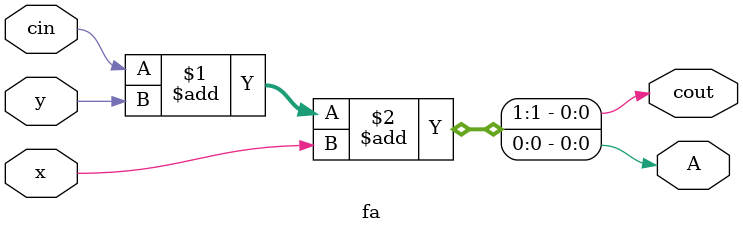
<source format=v>
/*
module fa(clk,x,y,cin,A,cout); //full adder
input clk;
input x;
input y;
input cin;
output A;
output cout;
always @ (posedge clk)

endmodule
*/

module fa
(
 input x,
 input y,
 input cin,
 
 output A, 
 output cout
 );
 
assign {cout,A} =  cin + y + x;
 
endmodule
</source>
